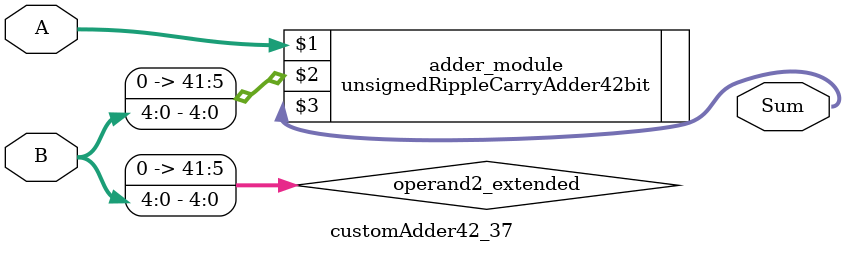
<source format=v>
module customAdder42_37(
                        input [41 : 0] A,
                        input [4 : 0] B,
                        
                        output [42 : 0] Sum
                );

        wire [41 : 0] operand2_extended;
        
        assign operand2_extended =  {37'b0, B};
        
        unsignedRippleCarryAdder42bit adder_module(
            A,
            operand2_extended,
            Sum
        );
        
        endmodule
        
</source>
